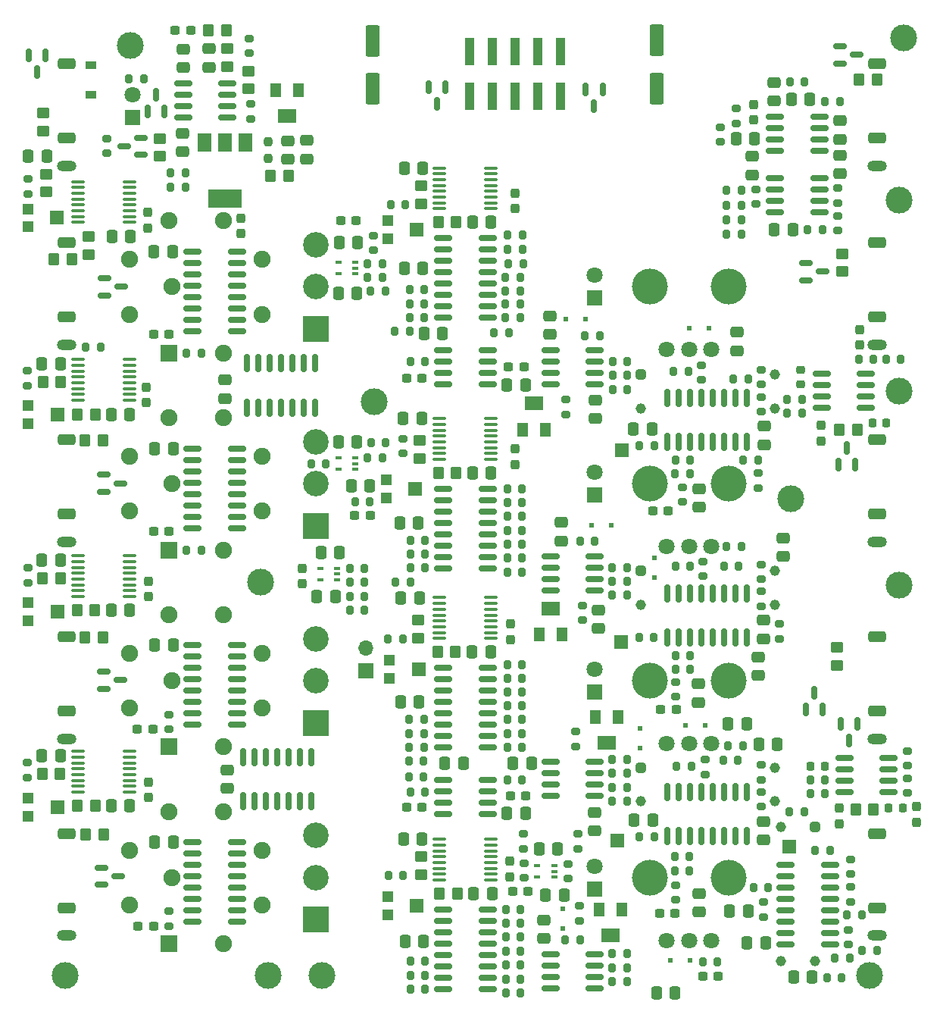
<source format=gbr>
%TF.GenerationSoftware,KiCad,Pcbnew,(6.0.1)*%
%TF.CreationDate,2024-03-11T01:48:31-07:00*%
%TF.ProjectId,main,6d61696e-2e6b-4696-9361-645f70636258,1.1*%
%TF.SameCoordinates,Original*%
%TF.FileFunction,Soldermask,Bot*%
%TF.FilePolarity,Negative*%
%FSLAX46Y46*%
G04 Gerber Fmt 4.6, Leading zero omitted, Abs format (unit mm)*
G04 Created by KiCad (PCBNEW (6.0.1)) date 2024-03-11 01:48:31*
%MOMM*%
%LPD*%
G01*
G04 APERTURE LIST*
G04 Aperture macros list*
%AMRoundRect*
0 Rectangle with rounded corners*
0 $1 Rounding radius*
0 $2 $3 $4 $5 $6 $7 $8 $9 X,Y pos of 4 corners*
0 Add a 4 corners polygon primitive as box body*
4,1,4,$2,$3,$4,$5,$6,$7,$8,$9,$2,$3,0*
0 Add four circle primitives for the rounded corners*
1,1,$1+$1,$2,$3*
1,1,$1+$1,$4,$5*
1,1,$1+$1,$6,$7*
1,1,$1+$1,$8,$9*
0 Add four rect primitives between the rounded corners*
20,1,$1+$1,$2,$3,$4,$5,0*
20,1,$1+$1,$4,$5,$6,$7,0*
20,1,$1+$1,$6,$7,$8,$9,0*
20,1,$1+$1,$8,$9,$2,$3,0*%
%AMHorizOval*
0 Thick line with rounded ends*
0 $1 width*
0 $2 $3 position (X,Y) of the first rounded end (center of the circle)*
0 $4 $5 position (X,Y) of the second rounded end (center of the circle)*
0 Add line between two ends*
20,1,$1,$2,$3,$4,$5,0*
0 Add two circle primitives to create the rounded ends*
1,1,$1,$2,$3*
1,1,$1,$4,$5*%
G04 Aperture macros list end*
%ADD10R,1.300000X1.600000*%
%ADD11R,2.000000X1.600000*%
%ADD12RoundRect,0.237500X-0.237500X0.300000X-0.237500X-0.300000X0.237500X-0.300000X0.237500X0.300000X0*%
%ADD13RoundRect,0.237500X-0.300000X-0.237500X0.300000X-0.237500X0.300000X0.237500X-0.300000X0.237500X0*%
%ADD14C,3.000000*%
%ADD15R,1.700000X1.700000*%
%ADD16O,1.700000X1.700000*%
%ADD17R,2.850000X2.850000*%
%ADD18C,2.850000*%
%ADD19RoundRect,0.287500X-0.287500X-0.287500X0.287500X-0.287500X0.287500X0.287500X-0.287500X0.287500X0*%
%ADD20C,1.150000*%
%ADD21C,4.000000*%
%ADD22C,1.800000*%
%ADD23R,1.900000X1.900000*%
%ADD24HorizOval,1.900000X0.000000X0.000000X0.000000X0.000000X0*%
%ADD25R,1.800000X1.800000*%
%ADD26O,2.200000X1.200000*%
%ADD27RoundRect,0.300000X-0.700000X-0.300000X0.700000X-0.300000X0.700000X0.300000X-0.700000X0.300000X0*%
%ADD28RoundRect,0.287500X-0.287500X0.287500X-0.287500X-0.287500X0.287500X-0.287500X0.287500X0.287500X0*%
%ADD29R,1.200000X0.900000*%
%ADD30RoundRect,0.150000X0.150000X-0.587500X0.150000X0.587500X-0.150000X0.587500X-0.150000X-0.587500X0*%
%ADD31RoundRect,0.150000X0.825000X0.150000X-0.825000X0.150000X-0.825000X-0.150000X0.825000X-0.150000X0*%
%ADD32RoundRect,0.250000X0.450000X-0.350000X0.450000X0.350000X-0.450000X0.350000X-0.450000X-0.350000X0*%
%ADD33RoundRect,0.200000X0.200000X0.275000X-0.200000X0.275000X-0.200000X-0.275000X0.200000X-0.275000X0*%
%ADD34RoundRect,0.150000X-0.150000X0.587500X-0.150000X-0.587500X0.150000X-0.587500X0.150000X0.587500X0*%
%ADD35RoundRect,0.200000X-0.275000X0.200000X-0.275000X-0.200000X0.275000X-0.200000X0.275000X0.200000X0*%
%ADD36RoundRect,0.250000X-0.450000X0.350000X-0.450000X-0.350000X0.450000X-0.350000X0.450000X0.350000X0*%
%ADD37RoundRect,0.200000X-0.200000X-0.275000X0.200000X-0.275000X0.200000X0.275000X-0.200000X0.275000X0*%
%ADD38RoundRect,0.250000X0.475000X-0.337500X0.475000X0.337500X-0.475000X0.337500X-0.475000X-0.337500X0*%
%ADD39RoundRect,0.100000X0.637500X0.100000X-0.637500X0.100000X-0.637500X-0.100000X0.637500X-0.100000X0*%
%ADD40RoundRect,0.150000X-0.150000X0.825000X-0.150000X-0.825000X0.150000X-0.825000X0.150000X0.825000X0*%
%ADD41RoundRect,0.250000X-0.475000X0.337500X-0.475000X-0.337500X0.475000X-0.337500X0.475000X0.337500X0*%
%ADD42RoundRect,0.250000X-0.350000X-0.450000X0.350000X-0.450000X0.350000X0.450000X-0.350000X0.450000X0*%
%ADD43RoundRect,0.250000X0.337500X0.475000X-0.337500X0.475000X-0.337500X-0.475000X0.337500X-0.475000X0*%
%ADD44RoundRect,0.200000X0.275000X-0.200000X0.275000X0.200000X-0.275000X0.200000X-0.275000X-0.200000X0*%
%ADD45RoundRect,0.150000X-0.587500X-0.150000X0.587500X-0.150000X0.587500X0.150000X-0.587500X0.150000X0*%
%ADD46R,1.200000X1.200000*%
%ADD47R,1.500000X1.600000*%
%ADD48RoundRect,0.250000X-0.337500X-0.475000X0.337500X-0.475000X0.337500X0.475000X-0.337500X0.475000X0*%
%ADD49RoundRect,0.250000X0.550000X-1.500000X0.550000X1.500000X-0.550000X1.500000X-0.550000X-1.500000X0*%
%ADD50RoundRect,0.250000X0.350000X0.450000X-0.350000X0.450000X-0.350000X-0.450000X0.350000X-0.450000X0*%
%ADD51RoundRect,0.150000X0.587500X0.150000X-0.587500X0.150000X-0.587500X-0.150000X0.587500X-0.150000X0*%
%ADD52RoundRect,0.225000X0.225000X0.250000X-0.225000X0.250000X-0.225000X-0.250000X0.225000X-0.250000X0*%
%ADD53R,1.500000X1.500000*%
%ADD54RoundRect,0.237500X0.237500X-0.300000X0.237500X0.300000X-0.237500X0.300000X-0.237500X-0.300000X0*%
%ADD55R,1.500000X2.000000*%
%ADD56R,3.800000X2.000000*%
%ADD57RoundRect,0.237500X0.300000X0.237500X-0.300000X0.237500X-0.300000X-0.237500X0.300000X-0.237500X0*%
%ADD58R,0.500000X0.500000*%
%ADD59R,0.650000X0.400000*%
%ADD60RoundRect,0.150000X0.150000X-0.825000X0.150000X0.825000X-0.150000X0.825000X-0.150000X-0.825000X0*%
%ADD61RoundRect,0.237500X0.237500X-0.250000X0.237500X0.250000X-0.237500X0.250000X-0.237500X-0.250000X0*%
%ADD62RoundRect,0.225000X0.250000X-0.225000X0.250000X0.225000X-0.250000X0.225000X-0.250000X-0.225000X0*%
%ADD63RoundRect,0.250000X-0.550000X1.500000X-0.550000X-1.500000X0.550000X-1.500000X0.550000X1.500000X0*%
%ADD64R,1.000000X3.150000*%
G04 APERTURE END LIST*
D10*
%TO.C,RV1*%
X68850000Y-48050000D03*
D11*
X70100000Y-50950000D03*
D10*
X71350000Y-48050000D03*
%TD*%
D12*
%TO.C,C28*%
X54550000Y-125337500D03*
X54550000Y-127062500D03*
%TD*%
%TO.C,C24*%
X54550000Y-102887500D03*
X54550000Y-104612500D03*
%TD*%
%TO.C,C23*%
X54500000Y-61687500D03*
X54500000Y-63412500D03*
%TD*%
%TO.C,C22*%
X54350000Y-81237500D03*
X54350000Y-82962500D03*
%TD*%
D13*
%TO.C,C8*%
X57587500Y-41375000D03*
X59312500Y-41375000D03*
%TD*%
D14*
%TO.C,TP12*%
X79850000Y-82850000D03*
%TD*%
D15*
%TO.C,J13*%
X78850000Y-112900000D03*
D16*
X78850000Y-110360000D03*
%TD*%
D17*
%TO.C,SW7*%
X73300000Y-140700000D03*
D18*
X73300000Y-136000000D03*
X73300000Y-131300000D03*
%TD*%
D19*
%TO.C,U35*%
X109600000Y-101750000D03*
D20*
X109600000Y-105550000D03*
X124600000Y-101750000D03*
X124600000Y-105550000D03*
%TD*%
D21*
%TO.C,RV10*%
X119400000Y-70000000D03*
X110600000Y-70000000D03*
D22*
X117500000Y-77000000D03*
X115000000Y-77000000D03*
X112500000Y-77000000D03*
%TD*%
D17*
%TO.C,SW4*%
X73300000Y-74700000D03*
D18*
X73300000Y-70000000D03*
X73300000Y-65300000D03*
%TD*%
D23*
%TO.C,SW2*%
X56838533Y-77391036D03*
D24*
X52508964Y-73061467D03*
X52508964Y-66938533D03*
X56838533Y-62608964D03*
X62961467Y-62608964D03*
X67291036Y-66938533D03*
X67291036Y-73061467D03*
X62961467Y-77391036D03*
X57250000Y-70000000D03*
%TD*%
D21*
%TO.C,RV11*%
X110600000Y-114000000D03*
X119400000Y-114000000D03*
D22*
X117500000Y-121000000D03*
X115000000Y-121000000D03*
X112500000Y-121000000D03*
%TD*%
D25*
%TO.C,D16*%
X52800000Y-51100000D03*
D22*
X52800000Y-48560000D03*
%TD*%
D26*
%TO.C,J2*%
X45400000Y-76480000D03*
D27*
X45400000Y-65080000D03*
X45400000Y-73380000D03*
%TD*%
D25*
%TO.C,D26*%
X104450000Y-71270000D03*
D22*
X104450000Y-68730000D03*
%TD*%
D21*
%TO.C,RV14*%
X119400000Y-92000000D03*
X110600000Y-92000000D03*
D22*
X117500000Y-99000000D03*
X115000000Y-99000000D03*
X112500000Y-99000000D03*
%TD*%
D25*
%TO.C,D28*%
X104450000Y-93270000D03*
D22*
X104450000Y-90730000D03*
%TD*%
D25*
%TO.C,D27*%
X104450000Y-137270000D03*
D22*
X104450000Y-134730000D03*
%TD*%
D26*
%TO.C,J9*%
X136000000Y-76480000D03*
D27*
X136000000Y-65080000D03*
X136000000Y-73380000D03*
%TD*%
D17*
%TO.C,SW6*%
X73300000Y-96700000D03*
D18*
X73300000Y-92000000D03*
X73300000Y-87300000D03*
%TD*%
D26*
%TO.C,J3*%
X45400000Y-98480000D03*
D27*
X45400000Y-87080000D03*
X45400000Y-95380000D03*
%TD*%
D25*
%TO.C,D25*%
X104450000Y-115270000D03*
D22*
X104450000Y-112730000D03*
%TD*%
D23*
%TO.C,SW8*%
X56838533Y-143391036D03*
D24*
X52508964Y-139061467D03*
X52508964Y-132938533D03*
X56838533Y-128608964D03*
X62961467Y-128608964D03*
X67291036Y-132938533D03*
X67291036Y-139061467D03*
X62961467Y-143391036D03*
X57250000Y-136000000D03*
%TD*%
D21*
%TO.C,RV15*%
X110600000Y-136000000D03*
X119400000Y-136000000D03*
D22*
X117500000Y-143000000D03*
X115000000Y-143000000D03*
X112500000Y-143000000D03*
%TD*%
D19*
%TO.C,U30*%
X109600000Y-123700000D03*
D20*
X109600000Y-127500000D03*
X124600000Y-123700000D03*
X124600000Y-127500000D03*
%TD*%
D17*
%TO.C,SW5*%
X73300000Y-118700000D03*
D18*
X73300000Y-114000000D03*
X73300000Y-109300000D03*
%TD*%
D26*
%TO.C,J7*%
X136000000Y-56480000D03*
D27*
X136000000Y-45080000D03*
X136000000Y-53380000D03*
%TD*%
D23*
%TO.C,SW1*%
X56838533Y-99391036D03*
D24*
X52508964Y-95061467D03*
X52508964Y-88938533D03*
X56838533Y-84608964D03*
X62961467Y-84608964D03*
X67291036Y-88938533D03*
X67291036Y-95061467D03*
X62961467Y-99391036D03*
X57250000Y-92000000D03*
%TD*%
D23*
%TO.C,SW3*%
X56838533Y-121391036D03*
D24*
X52508964Y-117061467D03*
X52508964Y-110938533D03*
X56838533Y-106608964D03*
X62961467Y-106608964D03*
X67291036Y-110938533D03*
X67291036Y-117061467D03*
X62961467Y-121391036D03*
X57250000Y-114000000D03*
%TD*%
D28*
%TO.C,U34*%
X129100000Y-130300000D03*
D20*
X125300000Y-130300000D03*
X129100000Y-145300000D03*
X125300000Y-145300000D03*
%TD*%
D26*
%TO.C,J5*%
X45400000Y-142480000D03*
D27*
X45400000Y-131080000D03*
X45400000Y-139380000D03*
%TD*%
D26*
%TO.C,J10*%
X136000000Y-142480000D03*
D27*
X136000000Y-131080000D03*
X136000000Y-139380000D03*
%TD*%
D26*
%TO.C,J4*%
X45400000Y-120480000D03*
D27*
X45400000Y-109080000D03*
X45400000Y-117380000D03*
%TD*%
D26*
%TO.C,J11*%
X136000000Y-98480000D03*
D27*
X136000000Y-87080000D03*
X136000000Y-95380000D03*
%TD*%
D26*
%TO.C,J1*%
X45400000Y-56480000D03*
D27*
X45400000Y-45080000D03*
X45400000Y-53380000D03*
%TD*%
D19*
%TO.C,U31*%
X109600000Y-79800000D03*
D20*
X109600000Y-83600000D03*
X124600000Y-79800000D03*
X124600000Y-83600000D03*
%TD*%
D26*
%TO.C,J8*%
X136000000Y-120480000D03*
D27*
X136000000Y-109080000D03*
X136000000Y-117380000D03*
%TD*%
D29*
%TO.C,D15*%
X48150000Y-48550000D03*
X48150000Y-45250000D03*
%TD*%
D30*
%TO.C,D18*%
X129950000Y-117187500D03*
X128050000Y-117187500D03*
X129000000Y-115312500D03*
%TD*%
D31*
%TO.C,U3*%
X63400000Y-47270000D03*
X63400000Y-48540000D03*
X63400000Y-49810000D03*
X63400000Y-51080000D03*
X58450000Y-51080000D03*
X58450000Y-49810000D03*
X58450000Y-48540000D03*
X58450000Y-47270000D03*
%TD*%
D32*
%TO.C,R36*%
X47900000Y-66400000D03*
X47900000Y-64400000D03*
%TD*%
D33*
%TO.C,R142*%
X115125000Y-111200000D03*
X113475000Y-111200000D03*
%TD*%
D34*
%TO.C,Q2*%
X41175000Y-44162500D03*
X43075000Y-44162500D03*
X42125000Y-46037500D03*
%TD*%
D35*
%TO.C,R39*%
X41000000Y-123175000D03*
X41000000Y-124825000D03*
%TD*%
D36*
%TO.C,R82*%
X84900000Y-87150000D03*
X84900000Y-89150000D03*
%TD*%
%TO.C,R27*%
X55825000Y-53425000D03*
X55825000Y-55425000D03*
%TD*%
D31*
%TO.C,U27*%
X92475000Y-139555000D03*
X92475000Y-140825000D03*
X92475000Y-142095000D03*
X92475000Y-143365000D03*
X92475000Y-144635000D03*
X92475000Y-145905000D03*
X92475000Y-147175000D03*
X92475000Y-148445000D03*
X87525000Y-148445000D03*
X87525000Y-147175000D03*
X87525000Y-145905000D03*
X87525000Y-144635000D03*
X87525000Y-143365000D03*
X87525000Y-142095000D03*
X87525000Y-140825000D03*
X87525000Y-139555000D03*
%TD*%
D33*
%TO.C,R184*%
X78725000Y-103000000D03*
X77075000Y-103000000D03*
%TD*%
D37*
%TO.C,R103*%
X94525000Y-148900000D03*
X96175000Y-148900000D03*
%TD*%
D33*
%TO.C,R79*%
X96325000Y-125100000D03*
X94675000Y-125100000D03*
%TD*%
D35*
%TO.C,R30*%
X41050000Y-79375000D03*
X41050000Y-81025000D03*
%TD*%
D33*
%TO.C,R178*%
X79325000Y-94000000D03*
X77675000Y-94000000D03*
%TD*%
D37*
%TO.C,R78*%
X93225000Y-75100000D03*
X94875000Y-75100000D03*
%TD*%
D38*
%TO.C,C84*%
X100750000Y-98387500D03*
X100750000Y-96312500D03*
%TD*%
D37*
%TO.C,R73*%
X94675000Y-113700000D03*
X96325000Y-113700000D03*
%TD*%
D33*
%TO.C,R51*%
X83025000Y-109350000D03*
X81375000Y-109350000D03*
%TD*%
D10*
%TO.C,RV17*%
X100800000Y-108850000D03*
D11*
X99550000Y-105950000D03*
D10*
X98300000Y-108850000D03*
%TD*%
D37*
%TO.C,R189*%
X79075000Y-68950000D03*
X80725000Y-68950000D03*
%TD*%
D35*
%TO.C,R185*%
X96500000Y-131125000D03*
X96500000Y-132775000D03*
%TD*%
D10*
%TO.C,RV13*%
X98925000Y-85950000D03*
D11*
X97675000Y-83050000D03*
D10*
X96425000Y-85950000D03*
%TD*%
D39*
%TO.C,U25*%
X92862500Y-131725000D03*
X92862500Y-132375000D03*
X92862500Y-133025000D03*
X92862500Y-133675000D03*
X92862500Y-134325000D03*
X92862500Y-134975000D03*
X92862500Y-135625000D03*
X92862500Y-136275000D03*
X87137500Y-136275000D03*
X87137500Y-135625000D03*
X87137500Y-134975000D03*
X87137500Y-134325000D03*
X87137500Y-133675000D03*
X87137500Y-133025000D03*
X87137500Y-132375000D03*
X87137500Y-131725000D03*
%TD*%
D35*
%TO.C,R32*%
X41100000Y-101400000D03*
X41100000Y-103050000D03*
%TD*%
D37*
%TO.C,R76*%
X94675000Y-119900000D03*
X96325000Y-119900000D03*
%TD*%
D40*
%TO.C,U41*%
X112605000Y-104225000D03*
X113875000Y-104225000D03*
X115145000Y-104225000D03*
X116415000Y-104225000D03*
X117685000Y-104225000D03*
X118955000Y-104225000D03*
X120225000Y-104225000D03*
X121495000Y-104225000D03*
X121495000Y-109175000D03*
X120225000Y-109175000D03*
X118955000Y-109175000D03*
X117685000Y-109175000D03*
X116415000Y-109175000D03*
X115145000Y-109175000D03*
X113875000Y-109175000D03*
X112605000Y-109175000D03*
%TD*%
D37*
%TO.C,R216*%
X128575000Y-125100000D03*
X130225000Y-125100000D03*
%TD*%
%TO.C,R101*%
X82225000Y-102950000D03*
X83875000Y-102950000D03*
%TD*%
D41*
%TO.C,C105*%
X125500000Y-98062500D03*
X125500000Y-100137500D03*
%TD*%
D37*
%TO.C,R150*%
X109425000Y-109200000D03*
X111075000Y-109200000D03*
%TD*%
D33*
%TO.C,R132*%
X115100000Y-90900000D03*
X113450000Y-90900000D03*
%TD*%
D42*
%TO.C,R38*%
X46600000Y-106100000D03*
X48600000Y-106100000D03*
%TD*%
D31*
%TO.C,U28*%
X104475000Y-123095000D03*
X104475000Y-124365000D03*
X104475000Y-125635000D03*
X104475000Y-126905000D03*
X99525000Y-126905000D03*
X99525000Y-125635000D03*
X99525000Y-124365000D03*
X99525000Y-123095000D03*
%TD*%
D12*
%TO.C,C47*%
X129800000Y-85487500D03*
X129800000Y-87212500D03*
%TD*%
D43*
%TO.C,C107*%
X124887500Y-121100000D03*
X122812500Y-121100000D03*
%TD*%
D44*
%TO.C,R135*%
X123050000Y-83950000D03*
X123050000Y-82300000D03*
%TD*%
D45*
%TO.C,D9*%
X49662500Y-70950000D03*
X49662500Y-69050000D03*
X51537500Y-70000000D03*
%TD*%
D46*
%TO.C,RV2*%
X41150000Y-83275000D03*
D47*
X44400000Y-84275000D03*
D46*
X41150000Y-85275000D03*
%TD*%
D43*
%TO.C,C36*%
X57375000Y-110050000D03*
X55300000Y-110050000D03*
%TD*%
%TO.C,C12*%
X122337500Y-53500000D03*
X120262500Y-53500000D03*
%TD*%
D48*
%TO.C,C27*%
X50412500Y-106150000D03*
X52487500Y-106150000D03*
%TD*%
%TO.C,C57*%
X90762500Y-110800000D03*
X92837500Y-110800000D03*
%TD*%
D38*
%TO.C,C10*%
X72250000Y-55737500D03*
X72250000Y-53662500D03*
%TD*%
D49*
%TO.C,C1*%
X79637500Y-47900000D03*
X79637500Y-42500000D03*
%TD*%
D33*
%TO.C,R176*%
X78725000Y-101450000D03*
X77075000Y-101450000D03*
%TD*%
D31*
%TO.C,U10*%
X64475000Y-66055000D03*
X64475000Y-67325000D03*
X64475000Y-68595000D03*
X64475000Y-69865000D03*
X64475000Y-71135000D03*
X64475000Y-72405000D03*
X64475000Y-73675000D03*
X64475000Y-74945000D03*
X59525000Y-74945000D03*
X59525000Y-73675000D03*
X59525000Y-72405000D03*
X59525000Y-71135000D03*
X59525000Y-69865000D03*
X59525000Y-68595000D03*
X59525000Y-67325000D03*
X59525000Y-66055000D03*
%TD*%
D44*
%TO.C,R139*%
X116400000Y-80425000D03*
X116400000Y-78775000D03*
%TD*%
D35*
%TO.C,R10*%
X131650000Y-62075000D03*
X131650000Y-63725000D03*
%TD*%
D50*
%TO.C,R48*%
X135650000Y-128400000D03*
X133650000Y-128400000D03*
%TD*%
D33*
%TO.C,R7*%
X120875000Y-62550000D03*
X119225000Y-62550000D03*
%TD*%
D44*
%TO.C,R156*%
X123050000Y-105675000D03*
X123050000Y-104025000D03*
%TD*%
D37*
%TO.C,R145*%
X116525000Y-145400000D03*
X118175000Y-145400000D03*
%TD*%
D13*
%TO.C,C75*%
X83437500Y-128150000D03*
X85162500Y-128150000D03*
%TD*%
D41*
%TO.C,C89*%
X116150000Y-137762500D03*
X116150000Y-139837500D03*
%TD*%
D37*
%TO.C,R102*%
X94525000Y-141100000D03*
X96175000Y-141100000D03*
%TD*%
D35*
%TO.C,R17*%
X118550000Y-52175000D03*
X118550000Y-53825000D03*
%TD*%
D33*
%TO.C,R160*%
X121025000Y-121300000D03*
X119375000Y-121300000D03*
%TD*%
D39*
%TO.C,U19*%
X92862500Y-104725000D03*
X92862500Y-105375000D03*
X92862500Y-106025000D03*
X92862500Y-106675000D03*
X92862500Y-107325000D03*
X92862500Y-107975000D03*
X92862500Y-108625000D03*
X92862500Y-109275000D03*
X87137500Y-109275000D03*
X87137500Y-108625000D03*
X87137500Y-107975000D03*
X87137500Y-107325000D03*
X87137500Y-106675000D03*
X87137500Y-106025000D03*
X87137500Y-105375000D03*
X87137500Y-104725000D03*
%TD*%
D48*
%TO.C,C72*%
X90812500Y-90800000D03*
X92887500Y-90800000D03*
%TD*%
D44*
%TO.C,R29*%
X49900000Y-55075000D03*
X49900000Y-53425000D03*
%TD*%
D37*
%TO.C,R109*%
X83875000Y-126400000D03*
X85525000Y-126400000D03*
%TD*%
D12*
%TO.C,C52*%
X95550000Y-59537500D03*
X95550000Y-61262500D03*
%TD*%
D31*
%TO.C,U26*%
X92475000Y-92555000D03*
X92475000Y-93825000D03*
X92475000Y-95095000D03*
X92475000Y-96365000D03*
X92475000Y-97635000D03*
X92475000Y-98905000D03*
X92475000Y-100175000D03*
X92475000Y-101445000D03*
X87525000Y-101445000D03*
X87525000Y-100175000D03*
X87525000Y-98905000D03*
X87525000Y-97635000D03*
X87525000Y-96365000D03*
X87525000Y-95095000D03*
X87525000Y-93825000D03*
X87525000Y-92555000D03*
%TD*%
%TO.C,U17*%
X134775000Y-79695000D03*
X134775000Y-80965000D03*
X134775000Y-82235000D03*
X134775000Y-83505000D03*
X129825000Y-83505000D03*
X129825000Y-82235000D03*
X129825000Y-80965000D03*
X129825000Y-79695000D03*
%TD*%
D33*
%TO.C,R70*%
X85425000Y-70350000D03*
X83775000Y-70350000D03*
%TD*%
D51*
%TO.C,Q3*%
X53762500Y-53375000D03*
X53762500Y-55275000D03*
X51887500Y-54325000D03*
%TD*%
D52*
%TO.C,C45*%
X138875000Y-128200000D03*
X137325000Y-128200000D03*
%TD*%
D35*
%TO.C,R20*%
X120250000Y-50075000D03*
X120250000Y-51725000D03*
%TD*%
D43*
%TO.C,C106*%
X110937500Y-129600000D03*
X108862500Y-129600000D03*
%TD*%
D53*
%TO.C,TP9*%
X107450000Y-109700000D03*
%TD*%
D37*
%TO.C,R13*%
X57075000Y-57250000D03*
X58725000Y-57250000D03*
%TD*%
D14*
%TO.C,TP1*%
X135170000Y-146950000D03*
%TD*%
D37*
%TO.C,R65*%
X94675000Y-118350000D03*
X96325000Y-118350000D03*
%TD*%
%TO.C,R43*%
X133975000Y-78100000D03*
X135625000Y-78100000D03*
%TD*%
D35*
%TO.C,R188*%
X101450000Y-134475000D03*
X101450000Y-136125000D03*
%TD*%
D46*
%TO.C,RV4*%
X41150000Y-105300000D03*
D47*
X44400000Y-106300000D03*
D46*
X41150000Y-107300000D03*
%TD*%
D48*
%TO.C,C56*%
X90800000Y-62775000D03*
X92875000Y-62775000D03*
%TD*%
D33*
%TO.C,R64*%
X85375000Y-119900000D03*
X83725000Y-119900000D03*
%TD*%
D52*
%TO.C,C49*%
X130175000Y-123550000D03*
X128625000Y-123550000D03*
%TD*%
D44*
%TO.C,R173*%
X132800000Y-143475000D03*
X132800000Y-141825000D03*
%TD*%
D37*
%TO.C,R71*%
X82125000Y-75000000D03*
X83775000Y-75000000D03*
%TD*%
D43*
%TO.C,C67*%
X96737500Y-80950000D03*
X94662500Y-80950000D03*
%TD*%
D40*
%TO.C,U12*%
X65590000Y-78525000D03*
X66860000Y-78525000D03*
X68130000Y-78525000D03*
X69400000Y-78525000D03*
X70670000Y-78525000D03*
X71940000Y-78525000D03*
X73210000Y-78525000D03*
X73210000Y-83475000D03*
X71940000Y-83475000D03*
X70670000Y-83475000D03*
X69400000Y-83475000D03*
X68130000Y-83475000D03*
X66860000Y-83475000D03*
X65590000Y-83475000D03*
%TD*%
D33*
%TO.C,R138*%
X114925000Y-79450000D03*
X113275000Y-79450000D03*
%TD*%
D41*
%TO.C,C41*%
X116100000Y-92562500D03*
X116100000Y-94637500D03*
%TD*%
D37*
%TO.C,R134*%
X121075000Y-89350000D03*
X122725000Y-89350000D03*
%TD*%
D31*
%TO.C,U43*%
X130775000Y-134555000D03*
X130775000Y-135825000D03*
X130775000Y-137095000D03*
X130775000Y-138365000D03*
X130775000Y-139635000D03*
X130775000Y-140905000D03*
X130775000Y-142175000D03*
X130775000Y-143445000D03*
X125825000Y-143445000D03*
X125825000Y-142175000D03*
X125825000Y-140905000D03*
X125825000Y-139635000D03*
X125825000Y-138365000D03*
X125825000Y-137095000D03*
X125825000Y-135825000D03*
X125825000Y-134555000D03*
%TD*%
D38*
%TO.C,C15*%
X58500000Y-45512500D03*
X58500000Y-43437500D03*
%TD*%
D37*
%TO.C,R113*%
X106425000Y-124350000D03*
X108075000Y-124350000D03*
%TD*%
D42*
%TO.C,R41*%
X46650000Y-128000000D03*
X48650000Y-128000000D03*
%TD*%
D37*
%TO.C,R75*%
X94675000Y-112180000D03*
X96325000Y-112180000D03*
%TD*%
D43*
%TO.C,C20*%
X128512500Y-49075000D03*
X126437500Y-49075000D03*
%TD*%
D37*
%TO.C,R74*%
X94675000Y-121450000D03*
X96325000Y-121450000D03*
%TD*%
D44*
%TO.C,R19*%
X65850000Y-43925000D03*
X65850000Y-42275000D03*
%TD*%
D43*
%TO.C,C69*%
X96737500Y-128850000D03*
X94662500Y-128850000D03*
%TD*%
D54*
%TO.C,C6*%
X134050000Y-76512500D03*
X134050000Y-74787500D03*
%TD*%
D43*
%TO.C,C87*%
X113437500Y-148900000D03*
X111362500Y-148900000D03*
%TD*%
%TO.C,C101*%
X101037500Y-137950000D03*
X98962500Y-137950000D03*
%TD*%
D37*
%TO.C,R110*%
X106425000Y-122800000D03*
X108075000Y-122800000D03*
%TD*%
D33*
%TO.C,R162*%
X120575000Y-101200000D03*
X118925000Y-101200000D03*
%TD*%
D44*
%TO.C,R177*%
X96550000Y-136025000D03*
X96550000Y-134375000D03*
%TD*%
D37*
%TO.C,R56*%
X94825000Y-67400000D03*
X96475000Y-67400000D03*
%TD*%
D55*
%TO.C,U4*%
X60825000Y-53875000D03*
X63125000Y-53875000D03*
D56*
X63125000Y-60175000D03*
D55*
X65425000Y-53875000D03*
%TD*%
D35*
%TO.C,R15*%
X131650000Y-58975000D03*
X131650000Y-60625000D03*
%TD*%
D31*
%TO.C,U33*%
X104475000Y-100095000D03*
X104475000Y-101365000D03*
X104475000Y-102635000D03*
X104475000Y-103905000D03*
X99525000Y-103905000D03*
X99525000Y-102635000D03*
X99525000Y-101365000D03*
X99525000Y-100095000D03*
%TD*%
D45*
%TO.C,D5*%
X49562500Y-92900000D03*
X49562500Y-91000000D03*
X51437500Y-91950000D03*
%TD*%
D33*
%TO.C,R106*%
X85525000Y-145350000D03*
X83875000Y-145350000D03*
%TD*%
D38*
%TO.C,C85*%
X104900000Y-108187500D03*
X104900000Y-106112500D03*
%TD*%
D50*
%TO.C,R21*%
X70250000Y-57625000D03*
X68250000Y-57625000D03*
%TD*%
D57*
%TO.C,C21*%
X55062500Y-119400000D03*
X53337500Y-119400000D03*
%TD*%
D48*
%TO.C,C100*%
X98262500Y-132800000D03*
X100337500Y-132800000D03*
%TD*%
D37*
%TO.C,R124*%
X106425000Y-147600000D03*
X108075000Y-147600000D03*
%TD*%
%TO.C,R98*%
X94675000Y-92550000D03*
X96325000Y-92550000D03*
%TD*%
D43*
%TO.C,C31*%
X44762500Y-78625000D03*
X42687500Y-78625000D03*
%TD*%
D37*
%TO.C,R120*%
X101175000Y-142950000D03*
X102825000Y-142950000D03*
%TD*%
D58*
%TO.C,D36*%
X100900000Y-139500000D03*
X100900000Y-141700000D03*
%TD*%
D37*
%TO.C,R91*%
X94525000Y-142650000D03*
X96175000Y-142650000D03*
%TD*%
D43*
%TO.C,C63*%
X84737500Y-96350000D03*
X82662500Y-96350000D03*
%TD*%
D50*
%TO.C,R1*%
X49500000Y-87150000D03*
X47500000Y-87150000D03*
%TD*%
D58*
%TO.C,D32*%
X103400000Y-73600000D03*
X101200000Y-73600000D03*
%TD*%
D44*
%TO.C,R169*%
X116800000Y-124475000D03*
X116800000Y-122825000D03*
%TD*%
D33*
%TO.C,R131*%
X115125000Y-89350000D03*
X113475000Y-89350000D03*
%TD*%
D53*
%TO.C,TP8*%
X107500000Y-88250000D03*
%TD*%
D45*
%TO.C,D21*%
X131912500Y-45050000D03*
X131912500Y-43150000D03*
X133787500Y-44100000D03*
%TD*%
D53*
%TO.C,TP11*%
X126200000Y-132500000D03*
%TD*%
D37*
%TO.C,R121*%
X102825000Y-98400000D03*
X104475000Y-98400000D03*
%TD*%
D53*
%TO.C,TP10*%
X107000000Y-131900000D03*
%TD*%
D59*
%TO.C,U38*%
X77700000Y-89100000D03*
X77700000Y-89750000D03*
X77700000Y-90400000D03*
X75800000Y-90400000D03*
X75800000Y-89100000D03*
%TD*%
D37*
%TO.C,R87*%
X94675000Y-97200000D03*
X96325000Y-97200000D03*
%TD*%
D41*
%TO.C,C88*%
X116050000Y-114362500D03*
X116050000Y-116437500D03*
%TD*%
D37*
%TO.C,R116*%
X106475000Y-78350000D03*
X108125000Y-78350000D03*
%TD*%
D44*
%TO.C,R171*%
X123050000Y-102675000D03*
X123050000Y-101025000D03*
%TD*%
D33*
%TO.C,R155*%
X132075000Y-147150000D03*
X130425000Y-147150000D03*
%TD*%
D42*
%TO.C,R85*%
X87100000Y-137800000D03*
X89100000Y-137800000D03*
%TD*%
D40*
%TO.C,U37*%
X112605000Y-82375000D03*
X113875000Y-82375000D03*
X115145000Y-82375000D03*
X116415000Y-82375000D03*
X117685000Y-82375000D03*
X118955000Y-82375000D03*
X120225000Y-82375000D03*
X121495000Y-82375000D03*
X121495000Y-87325000D03*
X120225000Y-87325000D03*
X118955000Y-87325000D03*
X117685000Y-87325000D03*
X116415000Y-87325000D03*
X115145000Y-87325000D03*
X113875000Y-87325000D03*
X112605000Y-87325000D03*
%TD*%
D45*
%TO.C,D17*%
X128062500Y-69250000D03*
X128062500Y-67350000D03*
X129937500Y-68300000D03*
%TD*%
D37*
%TO.C,R126*%
X106425000Y-101400000D03*
X108075000Y-101400000D03*
%TD*%
D41*
%TO.C,C42*%
X123400000Y-85562500D03*
X123400000Y-87637500D03*
%TD*%
D50*
%TO.C,R2*%
X49550000Y-131200000D03*
X47550000Y-131200000D03*
%TD*%
D33*
%TO.C,R190*%
X58725000Y-58850000D03*
X57075000Y-58850000D03*
%TD*%
D38*
%TO.C,C19*%
X131900000Y-57387500D03*
X131900000Y-55312500D03*
%TD*%
D57*
%TO.C,C51*%
X118262500Y-147000000D03*
X116537500Y-147000000D03*
%TD*%
D14*
%TO.C,TP5*%
X138500000Y-81650000D03*
%TD*%
D33*
%TO.C,R144*%
X115075000Y-133650000D03*
X113425000Y-133650000D03*
%TD*%
D43*
%TO.C,C102*%
X110887500Y-85900000D03*
X108812500Y-85900000D03*
%TD*%
D58*
%TO.C,D37*%
X111150000Y-102450000D03*
X111150000Y-100250000D03*
%TD*%
D43*
%TO.C,C59*%
X84837500Y-116350000D03*
X82762500Y-116350000D03*
%TD*%
D37*
%TO.C,R63*%
X94675000Y-116800000D03*
X96325000Y-116800000D03*
%TD*%
%TO.C,R117*%
X106475000Y-79900000D03*
X108125000Y-79900000D03*
%TD*%
D33*
%TO.C,R165*%
X115125000Y-101200000D03*
X113475000Y-101200000D03*
%TD*%
D37*
%TO.C,R26*%
X130200000Y-49325000D03*
X131850000Y-49325000D03*
%TD*%
D12*
%TO.C,C14*%
X64950000Y-62337500D03*
X64950000Y-64062500D03*
%TD*%
D37*
%TO.C,R47*%
X137025000Y-78100000D03*
X138675000Y-78100000D03*
%TD*%
D44*
%TO.C,R157*%
X123100000Y-128075000D03*
X123100000Y-126425000D03*
%TD*%
D14*
%TO.C,TP2*%
X45280000Y-146950000D03*
%TD*%
D60*
%TO.C,U13*%
X72810000Y-127475000D03*
X71540000Y-127475000D03*
X70270000Y-127475000D03*
X69000000Y-127475000D03*
X67730000Y-127475000D03*
X66460000Y-127475000D03*
X65190000Y-127475000D03*
X65190000Y-122525000D03*
X66460000Y-122525000D03*
X67730000Y-122525000D03*
X69000000Y-122525000D03*
X70270000Y-122525000D03*
X71540000Y-122525000D03*
X72810000Y-122525000D03*
%TD*%
D33*
%TO.C,R58*%
X85425000Y-71900000D03*
X83775000Y-71900000D03*
%TD*%
D59*
%TO.C,U36*%
X77700000Y-67250000D03*
X77700000Y-67900000D03*
X77700000Y-68550000D03*
X75800000Y-68550000D03*
X75800000Y-67250000D03*
%TD*%
D33*
%TO.C,R219*%
X127625000Y-84125000D03*
X125975000Y-84125000D03*
%TD*%
D14*
%TO.C,TP6*%
X138500000Y-60300000D03*
%TD*%
D57*
%TO.C,C111*%
X79362500Y-95550000D03*
X77637500Y-95550000D03*
%TD*%
%TO.C,C65*%
X96762500Y-126850000D03*
X95037500Y-126850000D03*
%TD*%
D12*
%TO.C,C70*%
X95600000Y-88100000D03*
X95600000Y-89825000D03*
%TD*%
D50*
%TO.C,R3*%
X46000000Y-66900000D03*
X44000000Y-66900000D03*
%TD*%
D41*
%TO.C,C92*%
X123300000Y-129712500D03*
X123300000Y-131787500D03*
%TD*%
D37*
%TO.C,R154*%
X126225000Y-128650000D03*
X127875000Y-128650000D03*
%TD*%
D44*
%TO.C,R141*%
X113550000Y-115775000D03*
X113550000Y-114125000D03*
%TD*%
D37*
%TO.C,R151*%
X109475000Y-131400000D03*
X111125000Y-131400000D03*
%TD*%
%TO.C,R111*%
X103375000Y-75450000D03*
X105025000Y-75450000D03*
%TD*%
D13*
%TO.C,C113*%
X95287500Y-137500000D03*
X97012500Y-137500000D03*
%TD*%
D43*
%TO.C,C55*%
X85237500Y-67950000D03*
X83162500Y-67950000D03*
%TD*%
D37*
%TO.C,R179*%
X77075000Y-106150000D03*
X78725000Y-106150000D03*
%TD*%
D43*
%TO.C,C54*%
X85237500Y-56775000D03*
X83162500Y-56775000D03*
%TD*%
D50*
%TO.C,R40*%
X44700000Y-124400000D03*
X42700000Y-124400000D03*
%TD*%
D14*
%TO.C,TP21*%
X73950000Y-146950000D03*
%TD*%
D46*
%TO.C,RV9*%
X81300000Y-138150000D03*
D47*
X84550000Y-139150000D03*
D46*
X81300000Y-140150000D03*
%TD*%
D33*
%TO.C,R181*%
X81075000Y-70500000D03*
X79425000Y-70500000D03*
%TD*%
D42*
%TO.C,R34*%
X46650000Y-84250000D03*
X48650000Y-84250000D03*
%TD*%
D33*
%TO.C,R174*%
X80725000Y-67400000D03*
X79075000Y-67400000D03*
%TD*%
%TO.C,R8*%
X120875000Y-64100000D03*
X119225000Y-64100000D03*
%TD*%
D13*
%TO.C,C43*%
X111837500Y-117200000D03*
X113562500Y-117200000D03*
%TD*%
D39*
%TO.C,U18*%
X92862500Y-56725000D03*
X92862500Y-57375000D03*
X92862500Y-58025000D03*
X92862500Y-58675000D03*
X92862500Y-59325000D03*
X92862500Y-59975000D03*
X92862500Y-60625000D03*
X92862500Y-61275000D03*
X87137500Y-61275000D03*
X87137500Y-60625000D03*
X87137500Y-59975000D03*
X87137500Y-59325000D03*
X87137500Y-58675000D03*
X87137500Y-58025000D03*
X87137500Y-57375000D03*
X87137500Y-56725000D03*
%TD*%
D38*
%TO.C,C81*%
X104500000Y-84737500D03*
X104500000Y-82662500D03*
%TD*%
D33*
%TO.C,R95*%
X85525000Y-148450000D03*
X83875000Y-148450000D03*
%TD*%
D48*
%TO.C,C98*%
X73862500Y-99650000D03*
X75937500Y-99650000D03*
%TD*%
D44*
%TO.C,R182*%
X79700000Y-65925000D03*
X79700000Y-64275000D03*
%TD*%
%TO.C,R214*%
X56850000Y-141425000D03*
X56850000Y-139775000D03*
%TD*%
D39*
%TO.C,U6*%
X52462500Y-78125000D03*
X52462500Y-78775000D03*
X52462500Y-79425000D03*
X52462500Y-80075000D03*
X52462500Y-80725000D03*
X52462500Y-81375000D03*
X52462500Y-82025000D03*
X52462500Y-82675000D03*
X46737500Y-82675000D03*
X46737500Y-82025000D03*
X46737500Y-81375000D03*
X46737500Y-80725000D03*
X46737500Y-80075000D03*
X46737500Y-79425000D03*
X46737500Y-78775000D03*
X46737500Y-78125000D03*
%TD*%
D33*
%TO.C,R175*%
X80725000Y-89100000D03*
X79075000Y-89100000D03*
%TD*%
D45*
%TO.C,D7*%
X49362500Y-136800000D03*
X49362500Y-134900000D03*
X51237500Y-135850000D03*
%TD*%
D41*
%TO.C,C7*%
X61350000Y-43387500D03*
X61350000Y-45462500D03*
%TD*%
D37*
%TO.C,R107*%
X83675000Y-124750000D03*
X85325000Y-124750000D03*
%TD*%
D33*
%TO.C,R218*%
X130200000Y-126650000D03*
X128550000Y-126650000D03*
%TD*%
%TO.C,R100*%
X85525000Y-98300000D03*
X83875000Y-98300000D03*
%TD*%
D31*
%TO.C,U20*%
X92475000Y-64555000D03*
X92475000Y-65825000D03*
X92475000Y-67095000D03*
X92475000Y-68365000D03*
X92475000Y-69635000D03*
X92475000Y-70905000D03*
X92475000Y-72175000D03*
X92475000Y-73445000D03*
X87525000Y-73445000D03*
X87525000Y-72175000D03*
X87525000Y-70905000D03*
X87525000Y-69635000D03*
X87525000Y-68365000D03*
X87525000Y-67095000D03*
X87525000Y-65825000D03*
X87525000Y-64555000D03*
%TD*%
D33*
%TO.C,R93*%
X85525000Y-146900000D03*
X83875000Y-146900000D03*
%TD*%
D44*
%TO.C,R12*%
X66000000Y-51225000D03*
X66000000Y-49575000D03*
%TD*%
%TO.C,R140*%
X123050000Y-80925000D03*
X123050000Y-79275000D03*
%TD*%
D43*
%TO.C,C82*%
X97387500Y-123200000D03*
X95312500Y-123200000D03*
%TD*%
D38*
%TO.C,C4*%
X122050000Y-57487500D03*
X122050000Y-55412500D03*
%TD*%
D43*
%TO.C,C66*%
X87437500Y-75250000D03*
X85362500Y-75250000D03*
%TD*%
D33*
%TO.C,R125*%
X108075000Y-146050000D03*
X106425000Y-146050000D03*
%TD*%
D38*
%TO.C,C11*%
X70125000Y-55762500D03*
X70125000Y-53687500D03*
%TD*%
D37*
%TO.C,R133*%
X109475000Y-87750000D03*
X111125000Y-87750000D03*
%TD*%
D36*
%TO.C,R44*%
X131550000Y-110300000D03*
X131550000Y-112300000D03*
%TD*%
D34*
%TO.C,D20*%
X131950000Y-118812500D03*
X133850000Y-118812500D03*
X132900000Y-120687500D03*
%TD*%
D37*
%TO.C,R57*%
X94475000Y-68950000D03*
X96125000Y-68950000D03*
%TD*%
D40*
%TO.C,U42*%
X112605000Y-126425000D03*
X113875000Y-126425000D03*
X115145000Y-126425000D03*
X116415000Y-126425000D03*
X117685000Y-126425000D03*
X118955000Y-126425000D03*
X120225000Y-126425000D03*
X121495000Y-126425000D03*
X121495000Y-131375000D03*
X120225000Y-131375000D03*
X118955000Y-131375000D03*
X117685000Y-131375000D03*
X116415000Y-131375000D03*
X115145000Y-131375000D03*
X113875000Y-131375000D03*
X112605000Y-131375000D03*
%TD*%
D48*
%TO.C,C26*%
X50512500Y-64400000D03*
X52587500Y-64400000D03*
%TD*%
D37*
%TO.C,R97*%
X94675000Y-101850000D03*
X96325000Y-101850000D03*
%TD*%
%TO.C,R104*%
X94525000Y-139550000D03*
X96175000Y-139550000D03*
%TD*%
D30*
%TO.C,D19*%
X133600000Y-89887500D03*
X131700000Y-89887500D03*
X132650000Y-88012500D03*
%TD*%
D46*
%TO.C,RV7*%
X81550000Y-111700000D03*
D47*
X84800000Y-112700000D03*
D46*
X81550000Y-113700000D03*
%TD*%
D61*
%TO.C,R18*%
X67925000Y-55637500D03*
X67925000Y-53812500D03*
%TD*%
D48*
%TO.C,C25*%
X50412500Y-84250000D03*
X52487500Y-84250000D03*
%TD*%
D12*
%TO.C,C46*%
X131800000Y-128237500D03*
X131800000Y-129962500D03*
%TD*%
D39*
%TO.C,U14*%
X52462500Y-121900000D03*
X52462500Y-122550000D03*
X52462500Y-123200000D03*
X52462500Y-123850000D03*
X52462500Y-124500000D03*
X52462500Y-125150000D03*
X52462500Y-125800000D03*
X52462500Y-126450000D03*
X46737500Y-126450000D03*
X46737500Y-125800000D03*
X46737500Y-125150000D03*
X46737500Y-124500000D03*
X46737500Y-123850000D03*
X46737500Y-123200000D03*
X46737500Y-122550000D03*
X46737500Y-121900000D03*
%TD*%
D14*
%TO.C,TP7*%
X138500000Y-103350000D03*
%TD*%
D33*
%TO.C,R146*%
X123875000Y-137100000D03*
X122225000Y-137100000D03*
%TD*%
D37*
%TO.C,R96*%
X94675000Y-94100000D03*
X96325000Y-94100000D03*
%TD*%
%TO.C,R59*%
X94475000Y-70450000D03*
X96125000Y-70450000D03*
%TD*%
D38*
%TO.C,C18*%
X124500000Y-49237500D03*
X124500000Y-47162500D03*
%TD*%
D43*
%TO.C,C108*%
X121637500Y-139750000D03*
X119562500Y-139750000D03*
%TD*%
D38*
%TO.C,C38*%
X63150000Y-82487500D03*
X63150000Y-80412500D03*
%TD*%
D31*
%TO.C,U1*%
X129575000Y-57895000D03*
X129575000Y-59165000D03*
X129575000Y-60435000D03*
X129575000Y-61705000D03*
X124625000Y-61705000D03*
X124625000Y-60435000D03*
X124625000Y-59165000D03*
X124625000Y-57895000D03*
%TD*%
D48*
%TO.C,C73*%
X90912500Y-137800000D03*
X92987500Y-137800000D03*
%TD*%
D43*
%TO.C,C33*%
X44762500Y-100550000D03*
X42687500Y-100550000D03*
%TD*%
D33*
%TO.C,R159*%
X120875000Y-99050000D03*
X119225000Y-99050000D03*
%TD*%
D35*
%TO.C,R136*%
X122750000Y-90825000D03*
X122750000Y-92475000D03*
%TD*%
D46*
%TO.C,RV3*%
X41100000Y-61300000D03*
D47*
X44350000Y-62300000D03*
D46*
X41100000Y-63300000D03*
%TD*%
D37*
%TO.C,R67*%
X94475000Y-73450000D03*
X96125000Y-73450000D03*
%TD*%
%TO.C,R66*%
X94725000Y-65800000D03*
X96375000Y-65800000D03*
%TD*%
D33*
%TO.C,R147*%
X115125000Y-112700000D03*
X113475000Y-112700000D03*
%TD*%
D13*
%TO.C,C74*%
X83437500Y-80200000D03*
X85162500Y-80200000D03*
%TD*%
D33*
%TO.C,R60*%
X85425000Y-73450000D03*
X83775000Y-73450000D03*
%TD*%
D31*
%TO.C,U5*%
X129575000Y-50995000D03*
X129575000Y-52265000D03*
X129575000Y-53535000D03*
X129575000Y-54805000D03*
X124625000Y-54805000D03*
X124625000Y-53535000D03*
X124625000Y-52265000D03*
X124625000Y-50995000D03*
%TD*%
D37*
%TO.C,R99*%
X94675000Y-100300000D03*
X96325000Y-100300000D03*
%TD*%
D14*
%TO.C,TP20*%
X68000000Y-146950000D03*
%TD*%
D44*
%TO.C,R143*%
X113500000Y-138475000D03*
X113500000Y-136825000D03*
%TD*%
D37*
%TO.C,R86*%
X94675000Y-95650000D03*
X96325000Y-95650000D03*
%TD*%
%TO.C,R127*%
X106425000Y-102900000D03*
X108075000Y-102900000D03*
%TD*%
D31*
%TO.C,U21*%
X92475000Y-112555000D03*
X92475000Y-113825000D03*
X92475000Y-115095000D03*
X92475000Y-116365000D03*
X92475000Y-117635000D03*
X92475000Y-118905000D03*
X92475000Y-120175000D03*
X92475000Y-121445000D03*
X87525000Y-121445000D03*
X87525000Y-120175000D03*
X87525000Y-118905000D03*
X87525000Y-117635000D03*
X87525000Y-116365000D03*
X87525000Y-115095000D03*
X87525000Y-113825000D03*
X87525000Y-112555000D03*
%TD*%
D33*
%TO.C,R50*%
X83300000Y-60825000D03*
X81650000Y-60825000D03*
%TD*%
D43*
%TO.C,C62*%
X85187500Y-131700000D03*
X83112500Y-131700000D03*
%TD*%
%TO.C,C34*%
X57337500Y-88050000D03*
X55262500Y-88050000D03*
%TD*%
D36*
%TO.C,R35*%
X43150000Y-57400000D03*
X43150000Y-59400000D03*
%TD*%
D50*
%TO.C,R49*%
X133800000Y-86000000D03*
X131800000Y-86000000D03*
%TD*%
D35*
%TO.C,R42*%
X139400000Y-121850000D03*
X139400000Y-123500000D03*
%TD*%
D44*
%TO.C,R119*%
X101200000Y-84275000D03*
X101200000Y-82625000D03*
%TD*%
D54*
%TO.C,C112*%
X71750000Y-103162500D03*
X71750000Y-101437500D03*
%TD*%
D37*
%TO.C,R68*%
X94725000Y-64250000D03*
X96375000Y-64250000D03*
%TD*%
D35*
%TO.C,R118*%
X102350000Y-119675000D03*
X102350000Y-121325000D03*
%TD*%
D37*
%TO.C,R108*%
X83875000Y-78350000D03*
X85525000Y-78350000D03*
%TD*%
D36*
%TO.C,R84*%
X85100000Y-133650000D03*
X85100000Y-135650000D03*
%TD*%
D37*
%TO.C,R69*%
X94475000Y-71950000D03*
X96125000Y-71950000D03*
%TD*%
D33*
%TO.C,R72*%
X85375000Y-118350000D03*
X83725000Y-118350000D03*
%TD*%
D42*
%TO.C,R55*%
X86900000Y-110800000D03*
X88900000Y-110800000D03*
%TD*%
D50*
%TO.C,R33*%
X44775000Y-80650000D03*
X42775000Y-80650000D03*
%TD*%
%TO.C,R4*%
X49500000Y-109200000D03*
X47500000Y-109200000D03*
%TD*%
D13*
%TO.C,C40*%
X110937500Y-95000000D03*
X112662500Y-95000000D03*
%TD*%
D14*
%TO.C,TP3*%
X52550000Y-43050000D03*
%TD*%
D48*
%TO.C,C30*%
X50412500Y-128000000D03*
X52487500Y-128000000D03*
%TD*%
D59*
%TO.C,U39*%
X75700000Y-101450000D03*
X75700000Y-102100000D03*
X75700000Y-102750000D03*
X73800000Y-102750000D03*
X73800000Y-101450000D03*
%TD*%
D58*
%TO.C,D31*%
X109500000Y-119300000D03*
X109500000Y-121500000D03*
%TD*%
D12*
%TO.C,C53*%
X95050000Y-107687500D03*
X95050000Y-109412500D03*
%TD*%
D43*
%TO.C,C58*%
X85137500Y-84700000D03*
X83062500Y-84700000D03*
%TD*%
D33*
%TO.C,R81*%
X83050000Y-135750000D03*
X81400000Y-135750000D03*
%TD*%
%TO.C,R161*%
X136025000Y-144100000D03*
X134375000Y-144100000D03*
%TD*%
%TO.C,R187*%
X78725000Y-104600000D03*
X77075000Y-104600000D03*
%TD*%
D35*
%TO.C,R153*%
X125100000Y-107675000D03*
X125100000Y-109325000D03*
%TD*%
D12*
%TO.C,C71*%
X95000000Y-134187500D03*
X95000000Y-135912500D03*
%TD*%
D43*
%TO.C,C109*%
X121437500Y-118850000D03*
X119362500Y-118850000D03*
%TD*%
D35*
%TO.C,R128*%
X102750000Y-139175000D03*
X102750000Y-140825000D03*
%TD*%
D34*
%TO.C,D2*%
X85900000Y-47662500D03*
X87800000Y-47662500D03*
X86850000Y-49537500D03*
%TD*%
D35*
%TO.C,R167*%
X133050000Y-137050000D03*
X133050000Y-138700000D03*
%TD*%
D36*
%TO.C,R16*%
X65775000Y-45900000D03*
X65775000Y-47900000D03*
%TD*%
D43*
%TO.C,C61*%
X85337500Y-143150000D03*
X83262500Y-143150000D03*
%TD*%
D33*
%TO.C,R148*%
X115075000Y-135250000D03*
X113425000Y-135250000D03*
%TD*%
D57*
%TO.C,C79*%
X55162500Y-141450000D03*
X53437500Y-141450000D03*
%TD*%
D43*
%TO.C,C97*%
X79337500Y-92200000D03*
X77262500Y-92200000D03*
%TD*%
D33*
%TO.C,R163*%
X120475000Y-122900000D03*
X118825000Y-122900000D03*
%TD*%
D48*
%TO.C,C94*%
X75912500Y-65100000D03*
X77987500Y-65100000D03*
%TD*%
D33*
%TO.C,R9*%
X54050000Y-46775000D03*
X52400000Y-46775000D03*
%TD*%
D31*
%TO.C,U11*%
X64475000Y-110055000D03*
X64475000Y-111325000D03*
X64475000Y-112595000D03*
X64475000Y-113865000D03*
X64475000Y-115135000D03*
X64475000Y-116405000D03*
X64475000Y-117675000D03*
X64475000Y-118945000D03*
X59525000Y-118945000D03*
X59525000Y-117675000D03*
X59525000Y-116405000D03*
X59525000Y-115135000D03*
X59525000Y-113865000D03*
X59525000Y-112595000D03*
X59525000Y-111325000D03*
X59525000Y-110055000D03*
%TD*%
D37*
%TO.C,R89*%
X94675000Y-98750000D03*
X96325000Y-98750000D03*
%TD*%
D62*
%TO.C,C48*%
X127500000Y-80875000D03*
X127500000Y-79325000D03*
%TD*%
D33*
%TO.C,R23*%
X127925000Y-47150000D03*
X126275000Y-47150000D03*
%TD*%
D63*
%TO.C,C2*%
X111375000Y-42450000D03*
X111375000Y-47850000D03*
%TD*%
D38*
%TO.C,C17*%
X131875000Y-53525000D03*
X131875000Y-51450000D03*
%TD*%
D33*
%TO.C,R114*%
X108075000Y-125900000D03*
X106425000Y-125900000D03*
%TD*%
D46*
%TO.C,RV8*%
X81150000Y-91600000D03*
D47*
X84400000Y-92600000D03*
D46*
X81150000Y-93600000D03*
%TD*%
D31*
%TO.C,U16*%
X137325000Y-122595000D03*
X137325000Y-123865000D03*
X137325000Y-125135000D03*
X137325000Y-126405000D03*
X132375000Y-126405000D03*
X132375000Y-125135000D03*
X132375000Y-123865000D03*
X132375000Y-122595000D03*
%TD*%
D48*
%TO.C,C95*%
X75812500Y-70750000D03*
X77887500Y-70750000D03*
%TD*%
D33*
%TO.C,R90*%
X85525000Y-101400000D03*
X83875000Y-101400000D03*
%TD*%
D44*
%TO.C,R168*%
X116600000Y-102325000D03*
X116600000Y-100675000D03*
%TD*%
D43*
%TO.C,C60*%
X84887500Y-104750000D03*
X82812500Y-104750000D03*
%TD*%
D45*
%TO.C,D6*%
X49562500Y-114900000D03*
X49562500Y-113000000D03*
X51437500Y-113950000D03*
%TD*%
D41*
%TO.C,C39*%
X63350000Y-123962500D03*
X63350000Y-126037500D03*
%TD*%
D37*
%TO.C,R170*%
X132675000Y-140150000D03*
X134325000Y-140150000D03*
%TD*%
D42*
%TO.C,R28*%
X134000000Y-46850000D03*
X136000000Y-46850000D03*
%TD*%
D50*
%TO.C,R37*%
X44750000Y-102550000D03*
X42750000Y-102550000D03*
%TD*%
D39*
%TO.C,U8*%
X52462500Y-100050000D03*
X52462500Y-100700000D03*
X52462500Y-101350000D03*
X52462500Y-102000000D03*
X52462500Y-102650000D03*
X52462500Y-103300000D03*
X52462500Y-103950000D03*
X52462500Y-104600000D03*
X46737500Y-104600000D03*
X46737500Y-103950000D03*
X46737500Y-103300000D03*
X46737500Y-102650000D03*
X46737500Y-102000000D03*
X46737500Y-101350000D03*
X46737500Y-100700000D03*
X46737500Y-100050000D03*
%TD*%
D37*
%TO.C,R212*%
X58850000Y-77400000D03*
X60500000Y-77400000D03*
%TD*%
D52*
%TO.C,C44*%
X137075000Y-85250000D03*
X135525000Y-85250000D03*
%TD*%
D33*
%TO.C,R215*%
X129925000Y-63600000D03*
X128275000Y-63600000D03*
%TD*%
D35*
%TO.C,R46*%
X139400000Y-124900000D03*
X139400000Y-126550000D03*
%TD*%
D42*
%TO.C,R53*%
X87000000Y-62775000D03*
X89000000Y-62775000D03*
%TD*%
D43*
%TO.C,C5*%
X126600000Y-63600000D03*
X124525000Y-63600000D03*
%TD*%
D37*
%TO.C,R211*%
X58825000Y-99400000D03*
X60475000Y-99400000D03*
%TD*%
D43*
%TO.C,C90*%
X123587500Y-143300000D03*
X121512500Y-143300000D03*
%TD*%
D31*
%TO.C,U32*%
X104475000Y-144520000D03*
X104475000Y-145790000D03*
X104475000Y-147060000D03*
X104475000Y-148330000D03*
X99525000Y-148330000D03*
X99525000Y-147060000D03*
X99525000Y-145790000D03*
X99525000Y-144520000D03*
%TD*%
D38*
%TO.C,C80*%
X99500000Y-75337500D03*
X99500000Y-73262500D03*
%TD*%
D37*
%TO.C,R25*%
X47575000Y-76750000D03*
X49225000Y-76750000D03*
%TD*%
%TO.C,R158*%
X131300000Y-145000000D03*
X132950000Y-145000000D03*
%TD*%
D44*
%TO.C,R80*%
X83050000Y-88625000D03*
X83050000Y-86975000D03*
%TD*%
D36*
%TO.C,R54*%
X84750000Y-107250000D03*
X84750000Y-109250000D03*
%TD*%
D41*
%TO.C,C103*%
X120400000Y-75062500D03*
X120400000Y-77137500D03*
%TD*%
D33*
%TO.C,R137*%
X121625000Y-80300000D03*
X119975000Y-80300000D03*
%TD*%
D37*
%TO.C,R115*%
X106425000Y-127450000D03*
X108075000Y-127450000D03*
%TD*%
D31*
%TO.C,U29*%
X104475000Y-77095000D03*
X104475000Y-78365000D03*
X104475000Y-79635000D03*
X104475000Y-80905000D03*
X99525000Y-80905000D03*
X99525000Y-79635000D03*
X99525000Y-78365000D03*
X99525000Y-77095000D03*
%TD*%
D13*
%TO.C,C64*%
X94837500Y-78950000D03*
X96562500Y-78950000D03*
%TD*%
D42*
%TO.C,R22*%
X61300000Y-41350000D03*
X63300000Y-41350000D03*
%TD*%
D33*
%TO.C,R112*%
X108125000Y-81450000D03*
X106475000Y-81450000D03*
%TD*%
D48*
%TO.C,C68*%
X87712500Y-123200000D03*
X89787500Y-123200000D03*
%TD*%
D58*
%TO.C,D38*%
X112900000Y-145200000D03*
X115100000Y-145200000D03*
%TD*%
D33*
%TO.C,R122*%
X108075000Y-104450000D03*
X106425000Y-104450000D03*
%TD*%
D43*
%TO.C,C37*%
X57337500Y-132050000D03*
X55262500Y-132050000D03*
%TD*%
D44*
%TO.C,R213*%
X56850000Y-119425000D03*
X56850000Y-117775000D03*
%TD*%
D59*
%TO.C,U40*%
X99950000Y-134650000D03*
X99950000Y-135300000D03*
X99950000Y-135950000D03*
X98050000Y-135950000D03*
X98050000Y-134650000D03*
%TD*%
D14*
%TO.C,TP23*%
X67150000Y-103000000D03*
%TD*%
D37*
%TO.C,R217*%
X125975000Y-82550000D03*
X127625000Y-82550000D03*
%TD*%
D48*
%TO.C,C99*%
X73412500Y-104600000D03*
X75487500Y-104600000D03*
%TD*%
D33*
%TO.C,R5*%
X120875000Y-59200000D03*
X119225000Y-59200000D03*
%TD*%
D43*
%TO.C,C93*%
X128787500Y-147100000D03*
X126712500Y-147100000D03*
%TD*%
D13*
%TO.C,C50*%
X111737500Y-139950000D03*
X113462500Y-139950000D03*
%TD*%
D38*
%TO.C,C86*%
X98800000Y-142787500D03*
X98800000Y-140712500D03*
%TD*%
D39*
%TO.C,U24*%
X92862500Y-84725000D03*
X92862500Y-85375000D03*
X92862500Y-86025000D03*
X92862500Y-86675000D03*
X92862500Y-87325000D03*
X92862500Y-87975000D03*
X92862500Y-88625000D03*
X92862500Y-89275000D03*
X87137500Y-89275000D03*
X87137500Y-88625000D03*
X87137500Y-87975000D03*
X87137500Y-87325000D03*
X87137500Y-86675000D03*
X87137500Y-86025000D03*
X87137500Y-85375000D03*
X87137500Y-84725000D03*
%TD*%
D10*
%TO.C,RV12*%
X104550000Y-118050000D03*
D11*
X105800000Y-120950000D03*
D10*
X107050000Y-118050000D03*
%TD*%
D31*
%TO.C,U9*%
X64475000Y-88055000D03*
X64475000Y-89325000D03*
X64475000Y-90595000D03*
X64475000Y-91865000D03*
X64475000Y-93135000D03*
X64475000Y-94405000D03*
X64475000Y-95675000D03*
X64475000Y-96945000D03*
X59525000Y-96945000D03*
X59525000Y-95675000D03*
X59525000Y-94405000D03*
X59525000Y-93135000D03*
X59525000Y-91865000D03*
X59525000Y-90595000D03*
X59525000Y-89325000D03*
X59525000Y-88055000D03*
%TD*%
D35*
%TO.C,R31*%
X41150000Y-57975000D03*
X41150000Y-59625000D03*
%TD*%
D37*
%TO.C,R105*%
X94525000Y-147350000D03*
X96175000Y-147350000D03*
%TD*%
D14*
%TO.C,TP4*%
X139000000Y-42200000D03*
%TD*%
D43*
%TO.C,C35*%
X44737500Y-122400000D03*
X42662500Y-122400000D03*
%TD*%
D30*
%TO.C,D13*%
X56400000Y-50437500D03*
X54500000Y-50437500D03*
X55450000Y-48562500D03*
%TD*%
D13*
%TO.C,C110*%
X76087500Y-62600000D03*
X77812500Y-62600000D03*
%TD*%
D38*
%TO.C,C83*%
X104450000Y-130787500D03*
X104450000Y-128712500D03*
%TD*%
D42*
%TO.C,R83*%
X87000000Y-90800000D03*
X89000000Y-90800000D03*
%TD*%
D41*
%TO.C,C91*%
X123300000Y-107262500D03*
X123300000Y-109337500D03*
%TD*%
D43*
%TO.C,C29*%
X43212500Y-55425000D03*
X41137500Y-55425000D03*
%TD*%
D31*
%TO.C,U23*%
X92475000Y-125095000D03*
X92475000Y-126365000D03*
X92475000Y-127635000D03*
X92475000Y-128905000D03*
X87525000Y-128905000D03*
X87525000Y-127635000D03*
X87525000Y-126365000D03*
X87525000Y-125095000D03*
%TD*%
D36*
%TO.C,R52*%
X85100000Y-58725000D03*
X85100000Y-60725000D03*
%TD*%
D39*
%TO.C,U7*%
X52462500Y-58250000D03*
X52462500Y-58900000D03*
X52462500Y-59550000D03*
X52462500Y-60200000D03*
X52462500Y-60850000D03*
X52462500Y-61500000D03*
X52462500Y-62150000D03*
X52462500Y-62800000D03*
X46737500Y-62800000D03*
X46737500Y-62150000D03*
X46737500Y-61500000D03*
X46737500Y-60850000D03*
X46737500Y-60200000D03*
X46737500Y-59550000D03*
X46737500Y-58900000D03*
X46737500Y-58250000D03*
%TD*%
D57*
%TO.C,C78*%
X56862500Y-75300000D03*
X55137500Y-75300000D03*
%TD*%
D12*
%TO.C,C3*%
X140400000Y-128087500D03*
X140400000Y-129812500D03*
%TD*%
D37*
%TO.C,R62*%
X94675000Y-115250000D03*
X96325000Y-115250000D03*
%TD*%
%TO.C,R152*%
X129125000Y-132950000D03*
X130775000Y-132950000D03*
%TD*%
D33*
%TO.C,R88*%
X85525000Y-99850000D03*
X83875000Y-99850000D03*
%TD*%
D35*
%TO.C,R14*%
X122450000Y-59125000D03*
X122450000Y-60775000D03*
%TD*%
D46*
%TO.C,RV5*%
X41150000Y-127150000D03*
D47*
X44400000Y-128150000D03*
D46*
X41150000Y-129150000D03*
%TD*%
D48*
%TO.C,C96*%
X75812500Y-87300000D03*
X77887500Y-87300000D03*
%TD*%
D38*
%TO.C,C16*%
X58375000Y-54937500D03*
X58375000Y-52862500D03*
%TD*%
D46*
%TO.C,RV6*%
X81300000Y-62600000D03*
D47*
X84550000Y-63600000D03*
D46*
X81300000Y-64600000D03*
%TD*%
D31*
%TO.C,U22*%
X92475000Y-77095000D03*
X92475000Y-78365000D03*
X92475000Y-79635000D03*
X92475000Y-80905000D03*
X87525000Y-80905000D03*
X87525000Y-79635000D03*
X87525000Y-78365000D03*
X87525000Y-77095000D03*
%TD*%
D58*
%TO.C,D34*%
X117200000Y-74600000D03*
X115000000Y-74600000D03*
%TD*%
D44*
%TO.C,R130*%
X114250000Y-94025000D03*
X114250000Y-92375000D03*
%TD*%
D14*
%TO.C,TP24*%
X126400000Y-93700000D03*
%TD*%
D36*
%TO.C,R45*%
X132150000Y-66300000D03*
X132150000Y-68300000D03*
%TD*%
D32*
%TO.C,R11*%
X63400000Y-45425000D03*
X63400000Y-43425000D03*
%TD*%
D58*
%TO.C,D35*%
X106300000Y-96600000D03*
X104100000Y-96600000D03*
%TD*%
D44*
%TO.C,R172*%
X123100000Y-125075000D03*
X123100000Y-123425000D03*
%TD*%
D33*
%TO.C,R61*%
X85375000Y-121450000D03*
X83725000Y-121450000D03*
%TD*%
D64*
%TO.C,J6*%
X100680000Y-48750000D03*
X100680000Y-43700000D03*
X98140000Y-48750000D03*
X98140000Y-43700000D03*
X95600000Y-48750000D03*
X95600000Y-43700000D03*
X93060000Y-48750000D03*
X93060000Y-43700000D03*
X90520000Y-48750000D03*
X90520000Y-43700000D03*
%TD*%
D37*
%TO.C,R77*%
X83675000Y-123000000D03*
X85325000Y-123000000D03*
%TD*%
%TO.C,R123*%
X106425000Y-144500000D03*
X108075000Y-144500000D03*
%TD*%
D57*
%TO.C,C76*%
X56862500Y-97350000D03*
X55137500Y-97350000D03*
%TD*%
D44*
%TO.C,R149*%
X123300000Y-140375000D03*
X123300000Y-138725000D03*
%TD*%
D33*
%TO.C,R186*%
X74400000Y-89750000D03*
X72750000Y-89750000D03*
%TD*%
D54*
%TO.C,C13*%
X122200000Y-51362500D03*
X122200000Y-49637500D03*
%TD*%
D58*
%TO.C,D33*%
X116850000Y-119000000D03*
X114650000Y-119000000D03*
%TD*%
D35*
%TO.C,R180*%
X102550000Y-131125000D03*
X102550000Y-132775000D03*
%TD*%
D32*
%TO.C,R24*%
X42800000Y-52600000D03*
X42800000Y-50600000D03*
%TD*%
D41*
%TO.C,C104*%
X122750000Y-111362500D03*
X122750000Y-113437500D03*
%TD*%
D37*
%TO.C,R92*%
X94525000Y-144200000D03*
X96175000Y-144200000D03*
%TD*%
D44*
%TO.C,R129*%
X103100000Y-107225000D03*
X103100000Y-105575000D03*
%TD*%
D31*
%TO.C,U15*%
X64475000Y-132055000D03*
X64475000Y-133325000D03*
X64475000Y-134595000D03*
X64475000Y-135865000D03*
X64475000Y-137135000D03*
X64475000Y-138405000D03*
X64475000Y-139675000D03*
X64475000Y-140945000D03*
X59525000Y-140945000D03*
X59525000Y-139675000D03*
X59525000Y-138405000D03*
X59525000Y-137135000D03*
X59525000Y-135865000D03*
X59525000Y-134595000D03*
X59525000Y-133325000D03*
X59525000Y-132055000D03*
%TD*%
D33*
%TO.C,R166*%
X115275000Y-123550000D03*
X113625000Y-123550000D03*
%TD*%
D37*
%TO.C,R183*%
X79475000Y-87450000D03*
X81125000Y-87450000D03*
%TD*%
D35*
%TO.C,R164*%
X133050000Y-133975000D03*
X133050000Y-135625000D03*
%TD*%
D10*
%TO.C,RV16*%
X105000000Y-139550000D03*
D11*
X106250000Y-142450000D03*
D10*
X107500000Y-139550000D03*
%TD*%
D33*
%TO.C,R6*%
X120875000Y-60950000D03*
X119225000Y-60950000D03*
%TD*%
D34*
%TO.C,D1*%
X103450000Y-47962500D03*
X105350000Y-47962500D03*
X104400000Y-49837500D03*
%TD*%
D37*
%TO.C,R94*%
X94525000Y-145750000D03*
X96175000Y-145750000D03*
%TD*%
D43*
%TO.C,C32*%
X57287500Y-66050000D03*
X55212500Y-66050000D03*
%TD*%
M02*

</source>
